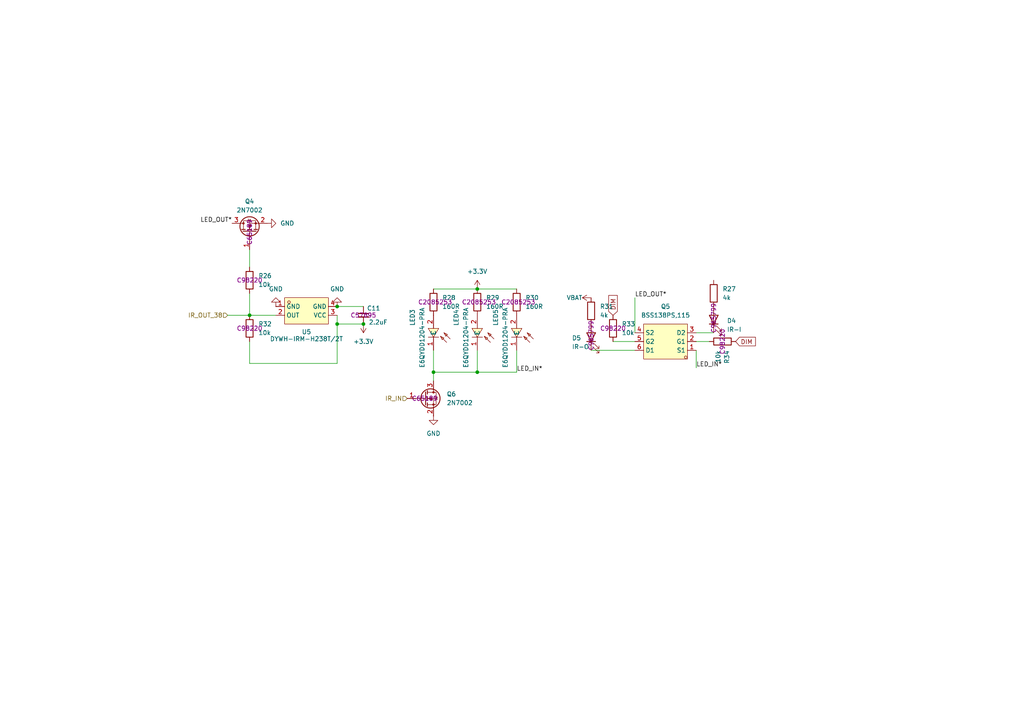
<source format=kicad_sch>
(kicad_sch (version 20250114) (generator "eeschema") (generator_version "9.0")
  (paper "A4")
  (lib_symbols
    (symbol "Device:C_Small" (pin_numbers (hide yes)) (pin_names (offset 0.254) (hide yes))
      (property "Reference" "C" (at 0.254 1.778 0))
      (property "Value" "C_Small" (at 0.254 -2.032 0))
      (symbol "C_Small_0_1"
        (polyline (pts (xy -1.524 0.508) (xy 1.524 0.508)) (stroke (width 0.3048)))
        (polyline (pts (xy -1.524 -0.508) (xy 1.524 -0.508)) (stroke (width 0.3302)))
      )
      (symbol "C_Small_1_1"
        (pin passive line (at 0 2.54 270) (length 2.032) (name "~") (number "1"))
        (pin passive line (at 0 -2.54 90) (length 2.032) (name "~") (number "2"))
      )
    )
    (symbol "Device:LED" (pin_numbers (hide yes)) (pin_names (offset 1.016) (hide yes))
      (property "Reference" "D" (at 0 2.54 0))
      (property "Value" "LED" (at 0 -2.54 0))
      (symbol "LED_0_1"
        (polyline (pts (xy -3.048 -0.762) (xy -4.572 -2.286) (xy -3.81 -2.286) (xy -4.572 -2.286) (xy -4.572 -1.524)))
        (polyline (pts (xy -1.778 -0.762) (xy -3.302 -2.286) (xy -2.54 -2.286) (xy -3.302 -2.286) (xy -3.302 -1.524)))
        (polyline (pts (xy -1.27 0) (xy 1.27 0)))
        (polyline (pts (xy -1.27 -1.27) (xy -1.27 1.27)) (stroke (width 0.254)))
        (polyline (pts (xy 1.27 -1.27) (xy 1.27 1.27) (xy -1.27 0) (xy 1.27 -1.27)) (stroke (width 0.254)))
      )
      (symbol "LED_1_1"
        (pin passive line (at -3.81 0 0) (length 2.54) (name "K") (number "1"))
        (pin passive line (at 3.81 0 180) (length 2.54) (name "A") (number "2"))
      )
    )
    (symbol "Device:R" (pin_numbers (hide yes)) (pin_names (offset 0))
      (property "Reference" "R" (at 2.032 0 90))
      (property "Value" "R" (at 0 0 90))
      (symbol "R_0_1"
        (rectangle (start -1.016 -2.54) (end 1.016 2.54) (stroke (width 0.254)))
      )
      (symbol "R_1_1"
        (pin passive line (at 0 3.81 270) (length 1.27) (name "~") (number "1"))
        (pin passive line (at 0 -3.81 90) (length 1.27) (name "~") (number "2"))
      )
    )
    (symbol "LCSC:BSS138PS,115"
      (property "Reference" "Q" (at 0 7.62 0))
      (property "Value" "BSS138PS,115" (at 0 -7.62 0))
      (symbol "BSS138PS,115_0_1"
        (rectangle (start -6.35 5.08) (end 6.35 -5.08) (fill (type background)))
        (circle (center -5.84 4.57) (radius 0.38))
        (pin unspecified line (at -8.89 2.54 0) (length 2.54) (name "S1") (number "1"))
        (pin unspecified line (at -8.89 0 0) (length 2.54) (name "G1") (number "2"))
        (pin unspecified line (at -8.89 -2.54 0) (length 2.54) (name "D2") (number "3"))
        (pin unspecified line (at 8.89 2.54 180) (length 2.54) (name "D1") (number "6"))
        (pin unspecified line (at 8.89 0 180) (length 2.54) (name "G2") (number "5"))
        (pin unspecified line (at 8.89 -2.54 180) (length 2.54) (name "S2") (number "4"))
      )
    )
    (symbol "LCSC:DYWH-IRM-H238T_2T"
      (property "Reference" "U" (at 0 6.35 0))
      (property "Value" "DYWH-IRM-H238T/2T" (at 0 -6.35 0))
      (symbol "DYWH-IRM-H238T_2T_0_1"
        (rectangle (start -6.35 3.81) (end 6.35 -3.81) (fill (type background)))
        (circle (center -5.08 2.54) (radius 0.38))
        (pin unspecified line (at -8.89 1.27 0) (length 2.54) (name "GND") (number "1"))
        (pin unspecified line (at -8.89 -1.27 0) (length 2.54) (name "OUT") (number "2"))
        (pin unspecified line (at 8.89 1.27 180) (length 2.54) (name "GND") (number "4"))
        (pin unspecified line (at 8.89 -1.27 180) (length 2.54) (name "VCC") (number "3"))
      )
    )
    (symbol "LCSC:E6QYDD1204-PRA"
      (property "Reference" "LED" (at 0 5.08 0))
      (property "Value" "E6QYDD1204-PRA" (at 0 -5.08 0))
      (symbol "E6QYDD1204-PRA_0_1"
        (polyline (pts (xy -1.27 -1.52) (xy 1.27 0) (xy -1.27 1.52) (xy -1.27 -1.52)) (fill (type background)))
        (polyline (pts (xy 0 3.05) (xy 1.02 3.56) (xy 0.51 4.06) (xy 0 3.05)) (fill (type background)))
        (polyline (pts (xy 1.02 2.03) (xy 2.03 2.54) (xy 1.52 3.05) (xy 1.02 2.03)) (fill (type background)))
        (polyline (pts (xy 1.27 1.52) (xy 1.27 -1.52)))
        (polyline (pts (xy 1.78 4.83) (xy 0 3.05)))
        (polyline (pts (xy 2.79 3.81) (xy 1.02 2.03)))
        (pin input line (at -5.08 0 0) (length 3.81) (name "C") (number "2"))
        (pin input line (at 5.08 0 180) (length 3.81) (name "E") (number "1"))
      )
    )
    (symbol "Transistor_FET:2N7002" (pin_names (hide yes))
      (property "Reference" "Q" (at 5.08 1.905 0))
      (property "Value" "2N7002" (at 5.08 0 0))
      (symbol "2N7002_0_1"
        (polyline (pts (xy 0.254 1.905) (xy 0.254 -1.905)) (stroke (width 0.254)))
        (polyline (pts (xy 0.254 0) (xy -2.54 0)))
        (polyline (pts (xy 0.762 2.286) (xy 0.762 1.27)) (stroke (width 0.254)))
        (polyline (pts (xy 0.762 0.508) (xy 0.762 -0.508)) (stroke (width 0.254)))
        (polyline (pts (xy 0.762 -1.27) (xy 0.762 -2.286)) (stroke (width 0.254)))
        (polyline (pts (xy 0.762 -1.778) (xy 3.302 -1.778) (xy 3.302 1.778) (xy 0.762 1.778)))
        (polyline (pts (xy 1.016 0) (xy 2.032 0.381) (xy 2.032 -0.381) (xy 1.016 0)) (fill (type outline)))
        (circle (center 1.651 0) (radius 2.794) (stroke (width 0.254)))
        (polyline (pts (xy 2.54 2.54) (xy 2.54 1.778)))
        (circle (center 2.54 1.778) (radius 0.254) (fill (type outline)))
        (circle (center 2.54 -1.778) (radius 0.254) (fill (type outline)))
        (polyline (pts (xy 2.54 -2.54) (xy 2.54 0) (xy 0.762 0)))
        (polyline (pts (xy 2.794 0.508) (xy 2.921 0.381) (xy 3.683 0.381) (xy 3.81 0.254)))
        (polyline (pts (xy 3.302 0.381) (xy 2.921 -0.254) (xy 3.683 -0.254) (xy 3.302 0.381)))
      )
      (symbol "2N7002_1_1"
        (pin input line (at -5.08 0 0) (length 2.54) (name "G") (number "1"))
        (pin passive line (at 2.54 5.08 270) (length 2.54) (name "D") (number "3"))
        (pin passive line (at 2.54 -5.08 90) (length 2.54) (name "S") (number "2"))
      )
    )
    (symbol "power:+3.3V" (power) (pin_numbers (hide yes)) (pin_names (offset 0) (hide yes))
      (property "Value" "+3.3V" (at 0 3.556 0))
      (symbol "+3.3V_0_1"
        (polyline (pts (xy -0.762 1.27) (xy 0 2.54)))
        (polyline (pts (xy 0 2.54) (xy 0.762 1.27)))
        (polyline (pts (xy 0 0) (xy 0 2.54)))
      )
      (symbol "+3.3V_1_1"
        (pin power_in line (at 0 0 90) (length 0) (name "~") (number "1"))
      )
    )
    (symbol "power:GND" (power) (pin_numbers (hide yes)) (pin_names (offset 0) (hide yes))
      (property "Value" "GND" (at 0 -3.81 0))
      (symbol "GND_0_1"
        (polyline (pts (xy 0 0) (xy 0 -1.27) (xy 1.27 -1.27) (xy 0 -2.54) (xy -1.27 -1.27) (xy 0 -1.27)))
      )
      (symbol "GND_1_1"
        (pin power_in line (at 0 0 270) (length 0) (name "~") (number "1"))
      )
    )
    (symbol "power:VCC" (power) (pin_numbers (hide yes)) (pin_names (offset 0) (hide yes))
      (property "Value" "VCC" (at 0 3.556 0))
      (symbol "VCC_0_1"
        (polyline (pts (xy -0.762 1.27) (xy 0 2.54)))
        (polyline (pts (xy 0 2.54) (xy 0.762 1.27)))
        (polyline (pts (xy 0 0) (xy 0 2.54)))
      )
      (symbol "VCC_1_1"
        (pin power_in line (at 0 0 90) (length 0) (name "~") (number "1"))
      )
    )
  )
  (junction (at 97.79 93.98))
  (junction (at 105.41 93.98))
  (junction (at 138.43 83.82))
  (junction (at 138.43 107.95))
  (junction (at 125.73 107.95))
  (junction (at 72.39 91.44))
  (junction (at 97.79 88.9))
  (wire (pts (xy 125.73 101.6) (xy 125.73 107.95)))
  (wire (pts (xy 138.43 107.95) (xy 125.73 107.95)))
  (wire (pts (xy 171.45 101.6) (xy 184.15 101.6)))
  (wire (pts (xy 201.93 106.68) (xy 201.93 101.6)))
  (wire (pts (xy 138.43 83.82) (xy 149.86 83.82)))
  (wire (pts (xy 72.39 72.39) (xy 72.39 77.47)))
  (wire (pts (xy 97.79 88.9) (xy 105.41 88.9)))
  (wire (pts (xy 125.73 107.95) (xy 125.73 110.49)))
  (wire (pts (xy 184.15 86.36) (xy 184.15 96.52)))
  (wire (pts (xy 201.93 99.06) (xy 205.74 99.06)))
  (wire (pts (xy 149.86 101.6) (xy 149.86 107.95)))
  (wire (pts (xy 72.39 85.09) (xy 72.39 91.44)))
  (wire (pts (xy 97.79 93.98) (xy 105.41 93.98)))
  (wire (pts (xy 72.39 91.44) (xy 80.01 91.44)))
  (wire (pts (xy 149.86 107.95) (xy 138.43 107.95)))
  (wire (pts (xy 125.73 83.82) (xy 138.43 83.82)))
  (wire (pts (xy 177.8 99.06) (xy 184.15 99.06)))
  (wire (pts (xy 72.39 99.06) (xy 72.39 105.41)))
  (wire (pts (xy 72.39 105.41) (xy 97.79 105.41)))
  (wire (pts (xy 66.04 91.44) (xy 72.39 91.44)))
  (wire (pts (xy 97.79 93.98) (xy 97.79 105.41)))
  (wire (pts (xy 97.79 91.44) (xy 97.79 93.98)))
  (wire (pts (xy 201.93 96.52) (xy 207.01 96.52)))
  (wire (pts (xy 138.43 101.6) (xy 138.43 107.95)))
  (label "LED_IN*" (at 149.86 107.95 0))
  (label "LED_OUT*" (at 184.15 86.36 0))
  (label "LED_OUT*" (at 67.31 64.77 180))
  (label "LED_IN*" (at 201.93 106.68 0))
  (global_label "DIM" (shape input) (at 213.36 99.06 0) (property "Intersheetrefs" "${INTERSHEET_REFS}" (effects (hide yes))))
  (global_label "DIM" (shape input) (at 177.8 91.44 90) (property "Intersheetrefs" "${INTERSHEET_REFS}" (effects (hide yes))))
  (hierarchical_label "IR_IN" (shape input) (at 118.11 115.57 180))
  (hierarchical_label "IR_OUT_38" (shape input) (at 66.04 91.44 180))
  (symbol (lib_id "Device:C_Small") (at 105.41 91.44 0) (unit 1)
    (property "Reference" "C11" (at 106.426 89.408 0) (effects (justify left)))
    (property "Value" "2.2uF" (at 106.934 93.472 0) (effects (justify left)))
    (property "Footprint" "Capacitor_SMD:C_0603_1608Metric" (effects (hide yes)))
    (property "Description" "Unpolarized capacitor, small symbol" (effects (hide yes)))
    (property "LCSC Part" "C57895" (at 105.41 91.44 0))
  )
  (symbol (lib_id "Device:LED") (at 171.45 97.79 90) (unit 1)
    (property "Reference" "D5" (at 165.862 98.044 90) (effects (justify right)))
    (property "Value" "IR-O" (at 165.862 100.584 90) (effects (justify right)))
    (property "Footprint" "Diode_SMD:D_0603Metric" (effects (hide yes)))
    (property "Description" "Light emitting diode" (effects (hide yes)))
    (property "Sim.Pins" "1=K 2=A" (effects (hide yes)))
    (property "LCSC Part" " C965799" (at 171.45 97.79 0))
  )
  (symbol (lib_id "Device:R") (at 138.43 87.63 0) (unit 1)
    (property "Reference" "R29" (at 140.97 86.3599 0) (effects (justify left)))
    (property "Value" "160R" (at 140.97 88.8999 0) (effects (justify left)))
    (property "Footprint" "Resistor_SMD:R_0603_1608Metric" (effects (hide yes)))
    (property "Description" "Resistor" (effects (hide yes)))
    (property "Field5" " C105588" (effects (hide yes)))
    (property "LCSC Part" " C2085253" (at 138.43 87.63 0))
  )
  (symbol (lib_id "LCSC:BSS138PS,115") (at 193.04 99.06 180) (unit 1)
    (property "Reference" "Q5" (at 193.04 88.9 0))
    (property "Value" "BSS138PS,115" (at 193.04 91.44 0))
    (property "Footprint" "LCSC:SOT-363_L2.0-W1.3-P0.65-LS2.1-BR" (effects (hide yes)))
    (property "Datasheet" "https://lcsc.com/product-detail/MOSFET_Nexperia_BSS138PS-115_Nexperia-BSS138PS-115_C193381.html" (effects (hide yes)))
    (property "LCSC Part" "C193381" (effects (hide yes)))
  )
  (symbol (lib_id "Device:R") (at 72.39 95.25 180) (unit 1)
    (property "Reference" "R32" (at 74.93 93.9799 0) (effects (justify right)))
    (property "Value" "10k" (at 74.93 96.5199 0) (effects (justify right)))
    (property "Footprint" "Resistor_SMD:R_0603_1608Metric" (effects (hide yes)))
    (property "Description" "Resistor" (effects (hide yes)))
    (property "LCSC Part" "C98220" (at 72.39 95.25 0))
  )
  (symbol (lib_id "Device:R") (at 72.39 81.28 180) (unit 1)
    (property "Reference" "R26" (at 74.93 80.0099 0) (effects (justify right)))
    (property "Value" "10k" (at 74.93 82.5499 0) (effects (justify right)))
    (property "Footprint" "Resistor_SMD:R_0603_1608Metric" (effects (hide yes)))
    (property "Description" "Resistor" (effects (hide yes)))
    (property "LCSC Part" "C98220" (at 72.39 81.28 0))
  )
  (symbol (lib_id "power:+3.3V") (at 138.43 83.82 0) (unit 1)
    (property "Reference" "#PWR045" (effects (hide yes)))
    (property "Value" "+3.3V" (at 138.43 78.74 0))
    (property "Description" "Power symbol creates a global label with name \"+3.3V\"" (effects (hide yes)))
  )
  (symbol (lib_id "power:GND") (at 97.79 88.9 180) (unit 1)
    (property "Reference" "#PWR048" (effects (hide yes)))
    (property "Value" "GND" (at 97.79 83.82 0))
    (property "Description" "Power symbol creates a global label with name \"GND\" , ground" (effects (hide yes)))
  )
  (symbol (lib_id "Device:R") (at 209.55 99.06 90) (unit 1)
    (property "Reference" "R34" (at 210.8201 101.6 0) (effects (justify right)))
    (property "Value" "10k" (at 208.2801 101.6 0) (effects (justify right)))
    (property "Footprint" "Resistor_SMD:R_0603_1608Metric" (effects (hide yes)))
    (property "Description" "Resistor" (effects (hide yes)))
    (property "LCSC Part" "C98220" (at 209.55 99.06 0))
  )
  (symbol (lib_id "power:GND") (at 77.47 64.77 90) (unit 1)
    (property "Reference" "#PWR044" (effects (hide yes)))
    (property "Value" "GND" (at 81.28 64.7699 90) (effects (justify right)))
    (property "Description" "Power symbol creates a global label with name \"GND\" , ground" (effects (hide yes)))
  )
  (symbol (lib_id "LCSC:DYWH-IRM-H238T_2T") (at 88.9 90.17 0) (unit 1)
    (property "Reference" "U5" (at 88.9 96.266 0))
    (property "Value" "DYWH-IRM-H238T/2T" (at 88.9 98.298 0))
    (property "Footprint" "LCSC:CRYSTAL-SMD_4P-L2.0-W1.6-BL-B" (effects (hide yes)))
    (property "LCSC Part" "C47416409" (effects (hide yes)))
  )
  (symbol (lib_id "power:VCC") (at 171.45 86.36 90) (unit 1)
    (property "Reference" "#PWR046" (effects (hide yes)))
    (property "Value" "VBAT" (at 166.624 86.36 90))
    (property "Description" "Power symbol creates a global label with name \"VCC\"" (effects (hide yes)))
  )
  (symbol (lib_id "LCSC:E6QYDD1204-PRA") (at 125.73 96.52 270) (unit 1)
    (property "Reference" "LED3" (at 119.634 89.662 0) (effects (justify left)))
    (property "Value" "E6QYDD1204-PRA" (at 122.428 89.154 0) (effects (justify left)))
    (property "Footprint" "LCSC:LED-SMD_L3.2-W2.1-FD_E6QYDD1204-PRA" (effects (hide yes)))
    (property "Datasheet" "https://lcsc.com/product-detail/New-Arrivals_EKINGLUX-E6QYDD1204-PRA_C396650.html" (effects (hide yes)))
    (property "LCSC Part" "C396650" (effects (hide yes)))
  )
  (symbol (lib_id "Transistor_FET:2N7002") (at 72.39 67.31 90) (unit 1)
    (property "Reference" "Q4" (at 72.39 58.42 90))
    (property "Value" "2N7002" (at 72.39 60.96 90))
    (property "Footprint" "Package_TO_SOT_SMD:SOT-23" (effects (hide yes)))
    (property "Datasheet" "https://www.onsemi.com/pub/Collateral/NDS7002A-D.PDF" (effects (hide yes)))
    (property "Description" "0.115A Id, 60V Vds, N-Channel MOSFET, SOT-23" (effects (hide yes)))
    (property "LCSC Part" "C65189" (at 72.39 67.31 0))
  )
  (symbol (lib_id "LCSC:E6QYDD1204-PRA") (at 149.86 96.52 270) (unit 1)
    (property "Reference" "LED5" (at 143.764 89.662 0) (effects (justify left)))
    (property "Value" "E6QYDD1204-PRA" (at 146.558 89.154 0) (effects (justify left)))
    (property "Footprint" "LCSC:LED-SMD_L3.2-W2.1-FD_E6QYDD1204-PRA" (effects (hide yes)))
    (property "Datasheet" "https://lcsc.com/product-detail/New-Arrivals_EKINGLUX-E6QYDD1204-PRA_C396650.html" (effects (hide yes)))
    (property "LCSC Part" "C396650" (effects (hide yes)))
  )
  (symbol (lib_id "Device:R") (at 171.45 90.17 180) (unit 1)
    (property "Reference" "R31" (at 173.99 88.8999 0) (effects (justify right)))
    (property "Value" "4k" (at 173.99 91.4399 0) (effects (justify right)))
    (property "Footprint" "Resistor_SMD:R_0603_1608Metric" (effects (hide yes)))
    (property "Description" "Resistor" (effects (hide yes)))
    (property "LCSC Part" "C2984443" (effects (hide yes)))
  )
  (symbol (lib_id "power:GND") (at 80.01 88.9 180) (unit 1)
    (property "Reference" "#PWR047" (effects (hide yes)))
    (property "Value" "GND" (at 80.01 83.82 0))
    (property "Description" "Power symbol creates a global label with name \"GND\" , ground" (effects (hide yes)))
  )
  (symbol (lib_id "Device:R") (at 149.86 87.63 0) (unit 1)
    (property "Reference" "R30" (at 152.4 86.3599 0) (effects (justify left)))
    (property "Value" "160R" (at 152.4 88.8999 0) (effects (justify left)))
    (property "Footprint" "Resistor_SMD:R_0603_1608Metric" (effects (hide yes)))
    (property "Description" "Resistor" (effects (hide yes)))
    (property "Field5" " C105588" (effects (hide yes)))
    (property "LCSC Part" " C2085253" (at 149.86 87.63 0))
  )
  (symbol (lib_id "power:+3.3V") (at 105.41 93.98 180) (unit 1)
    (property "Reference" "#PWR049" (effects (hide yes)))
    (property "Value" "+3.3V" (at 105.41 99.06 0))
    (property "Description" "Power symbol creates a global label with name \"+3.3V\"" (effects (hide yes)))
  )
  (symbol (lib_id "Device:LED") (at 207.01 92.71 90) (unit 1)
    (property "Reference" "D4" (at 210.82 93.0274 90) (effects (justify right)))
    (property "Value" "IR-I" (at 210.82 95.5674 90) (effects (justify right)))
    (property "Footprint" "Diode_SMD:D_0603Metric" (effects (hide yes)))
    (property "Description" "Light emitting diode" (effects (hide yes)))
    (property "Sim.Pins" "1=K 2=A" (effects (hide yes)))
    (property "LCSC Part" " C965799" (at 207.01 92.71 0))
  )
  (symbol (lib_id "Transistor_FET:2N7002") (at 123.19 115.57 0) (unit 1)
    (property "Reference" "Q6" (at 129.54 114.2999 0) (effects (justify left)))
    (property "Value" "2N7002" (at 129.54 116.8399 0) (effects (justify left)))
    (property "Footprint" "Package_TO_SOT_SMD:SOT-23" (effects (hide yes)))
    (property "Datasheet" "https://www.onsemi.com/pub/Collateral/NDS7002A-D.PDF" (effects (hide yes)))
    (property "Description" "0.115A Id, 60V Vds, N-Channel MOSFET, SOT-23" (effects (hide yes)))
    (property "LCSC Part" "C65189" (at 123.19 115.57 0))
  )
  (symbol (lib_id "Device:R") (at 177.8 95.25 180) (unit 1)
    (property "Reference" "R33" (at 180.34 93.9799 0) (effects (justify right)))
    (property "Value" "10k" (at 180.34 96.5199 0) (effects (justify right)))
    (property "Footprint" "Resistor_SMD:R_0603_1608Metric" (effects (hide yes)))
    (property "Description" "Resistor" (effects (hide yes)))
    (property "LCSC Part" "C98220" (at 177.8 95.25 0))
  )
  (symbol (lib_id "Device:R") (at 207.01 85.09 180) (unit 1)
    (property "Reference" "R27" (at 209.55 83.8199 0) (effects (justify right)))
    (property "Value" "4k" (at 209.55 86.3599 0) (effects (justify right)))
    (property "Footprint" "Resistor_SMD:R_0603_1608Metric" (effects (hide yes)))
    (property "Description" "Resistor" (effects (hide yes)))
    (property "LCSC Part" "C2984443" (effects (hide yes)))
  )
  (symbol (lib_id "LCSC:E6QYDD1204-PRA") (at 138.43 96.52 270) (unit 1)
    (property "Reference" "LED4" (at 132.334 89.662 0) (effects (justify left)))
    (property "Value" "E6QYDD1204-PRA" (at 135.128 89.154 0) (effects (justify left)))
    (property "Footprint" "LCSC:LED-SMD_L3.2-W2.1-FD_E6QYDD1204-PRA" (effects (hide yes)))
    (property "Datasheet" "https://lcsc.com/product-detail/New-Arrivals_EKINGLUX-E6QYDD1204-PRA_C396650.html" (effects (hide yes)))
    (property "LCSC Part" "C396650" (effects (hide yes)))
  )
  (symbol (lib_id "Device:R") (at 125.73 87.63 0) (unit 1)
    (property "Reference" "R28" (at 128.27 86.3599 0) (effects (justify left)))
    (property "Value" "160R" (at 128.27 88.8999 0) (effects (justify left)))
    (property "Footprint" "Resistor_SMD:R_0603_1608Metric" (effects (hide yes)))
    (property "Description" "Resistor" (effects (hide yes)))
    (property "Field5" " C105588" (effects (hide yes)))
    (property "LCSC Part" " C2085253" (at 125.73 87.63 0))
  )
  (symbol (lib_id "power:GND") (at 125.73 120.65 0) (unit 1)
    (property "Reference" "#PWR050" (effects (hide yes)))
    (property "Value" "GND" (at 125.73 125.73 0))
    (property "Description" "Power symbol creates a global label with name \"GND\" , ground" (effects (hide yes)))
  )
)
</source>
